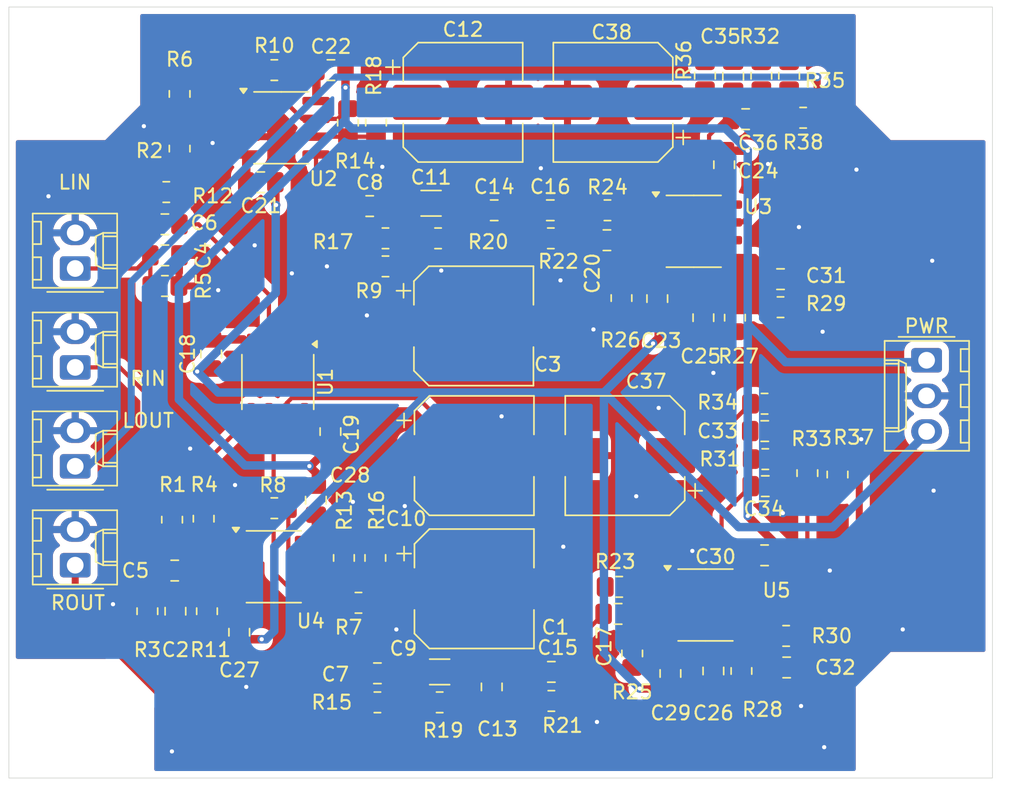
<source format=kicad_pcb>
(kicad_pcb (version 20241229) (generator "pcbnew") (generator_version "9.0")
  (title_block (title "PHONO PREAMP") (date "2025-08-08") (rev "1.0") (company "Chapuzas S.L."))
  (layers (0 "F.Cu" signal) (2 "B.Cu" signal) (13 "F.Paste" user) (15 "B.Paste" user) (5 "F.SilkS" user "F.Silkscreen") (7 "B.SilkS" user "B.Silkscreen") (1 "F.Mask" user) (3 "B.Mask" user) (25 "Edge.Cuts" user))
  (net 0 "")
  (net 1 "GND")
  (net 2 "Net-(C1-Pad1)")
  (net 3 "Net-(J1-Pin_1)")
  (net 4 "Net-(C3-Pad1)")
  (net 5 "Net-(J3-Pin_1)")
  (net 6 "Net-(U1B-+)")
  (net 7 "Net-(U1A-+)")
  (net 8 "Net-(U1B--)")
  (net 9 "Net-(C7-Pad2)")
  (net 10 "Net-(C11-Pad1)")
  (net 11 "Net-(U1A--)")
  (net 12 "Net-(C13-Pad1)")
  (net 13 "Net-(C10-Pad1)")
  (net 14 "Net-(C11-Pad2)")
  (net 15 "Net-(C12-Pad1)")
  (net 16 "Net-(C13-Pad2)")
  (net 17 "Net-(C14-Pad2)")
  (net 18 "Net-(C15-Pad2)")
  (net 19 "Net-(C16-Pad2)")
  (net 20 "Net-(U5A-+)")
  (net 21 "Net-(U1C-V-)")
  (net 22 "Net-(U1C-V+)")
  (net 23 "Net-(U3A-+)")
  (net 24 "Net-(U2C-V-)")
  (net 25 "Net-(U2C-V+)")
  (net 26 "Net-(U3C-V-)")
  (net 27 "Net-(U3C-V+)")
  (net 28 "Net-(C25-Pad2)")
  (net 29 "Net-(U3A--)")
  (net 30 "Net-(U5A--)")
  (net 31 "Net-(C26-Pad2)")
  (net 32 "Net-(U4C-V-)")
  (net 33 "Net-(U4C-V+)")
  (net 34 "Net-(U5C-V-)")
  (net 35 "Net-(U5C-V+)")
  (net 36 "Net-(U3B-+)")
  (net 37 "Net-(U5B-+)")
  (net 38 "Net-(C33-Pad2)")
  (net 39 "Net-(U5B--)")
  (net 40 "Net-(C34-Pad2)")
  (net 41 "Net-(U3B--)")
  (net 42 "Net-(C35-Pad2)")
  (net 43 "Net-(C36-Pad2)")
  (net 44 "Net-(C37-Pad1)")
  (net 45 "Net-(C38-Pad1)")
  (net 46 "Net-(R1-Pad2)")
  (net 47 "Net-(R2-Pad2)")
  (net 48 "Net-(U4A--)")
  (net 49 "Net-(U2A--)")
  (net 50 "Net-(R13-Pad2)")
  (net 51 "Net-(R10-Pad1)")
  (net 52 "Net-(U4B--)")
  (net 53 "Net-(U2B--)")
  (net 54 "-12V")
  (net 55 "+12V")
  (net 56 "Net-(J2-Pin_1)")
  (net 57 "Net-(J4-Pin_1)")
  (footprint "Resistor_SMD:R_0805_2012Metric_Pad1.20x1.40mm_HandSolder" (layer "F.Cu") (at 157.0555 101.75 90)
    (property "Reference" "R33")
    (property "Value" "0")
  )
  (footprint "Capacitor_SMD:C_0805_2012Metric_Pad1.18x1.45mm_HandSolder" (layer "F.Cu") (at 112.0055 111.6 -90)
    (property "Reference" "C2")
    (property "Value" "100p")
  )
  (footprint "Capacitor_SMD:C_0805_2012Metric_Pad1.18x1.45mm_HandSolder" (layer "F.Cu") (at 126.4055 116.02875)
    (property "Reference" "C7")
    (property "Value" "13n")
  )
  (footprint "Resistor_SMD:R_0805_2012Metric_Pad1.20x1.40mm_HandSolder" (layer "F.Cu") (at 154.0555 100.75 180)
    (property "Reference" "R31")
    (property "Value" "24k9")
  )
  (footprint "Resistor_SMD:R_0805_2012Metric_Pad1.20x1.40mm_HandSolder" (layer "F.Cu") (at 143.643 109.8625)
    (property "Reference" "R23")
    (property "Value" "5k62")
  )
  (footprint "Resistor_SMD:R_0805_2012Metric_Pad1.20x1.40mm_HandSolder" (layer "F.Cu") (at 154.0055 96.8 180)
    (property "Reference" "R34")
    (property "Value" "4K")
  )
  (footprint "Resistor_SMD:R_0805_2012Metric_Pad1.20x1.40mm_HandSolder" (layer "F.Cu") (at 119.0555 104.25 180)
    (property "Reference" "R8")
    (property "Value" "2k")
  )
  (footprint "Resistor_SMD:R_0805_2012Metric_Pad1.20x1.40mm_HandSolder" (layer "F.Cu") (at 111.768 105.07125 -90)
    (property "Reference" "R1")
    (property "Value" "1M" (hide yes))
  )
  (footprint "Capacitor_SMD:C_0805_2012Metric_Pad1.18x1.45mm_HandSolder" (layer "F.Cu") (at 138.8055 115.92875)
    (property "Reference" "C15")
    (property "Value" "1u")
  )
  (footprint "Capacitor_SMD:C_0805_2012Metric_Pad1.18x1.45mm_HandSolder" (layer "F.Cu") (at 155.5805 115.6125)
    (property "Reference" "C32")
    (property "Value" "2n2")
  )
  (footprint "Capacitor_SMD:C_0805_2012Metric_Pad1.18x1.45mm_HandSolder" (layer "F.Cu") (at 111.2555 84)
    (property "Reference" "C6")
    (property "Value" "1u")
  )
  (footprint "Resistor_SMD:R_0805_2012Metric_Pad1.20x1.40mm_HandSolder" (layer "F.Cu") (at 126.4055 118.1 180)
    (property "Reference" "R15")
    (property "Value" "5k23")
  )
  (footprint "Capacitor_SMD:C_0805_2012Metric_Pad1.18x1.45mm_HandSolder" (layer "F.Cu") (at 138.7305 83)
    (property "Reference" "C16")
    (property "Value" "1u")
  )
  (footprint "Connector_Molex:Molex_KK-254_AE-6410-02A_1x02_P2.54mm_Vertical" (layer "F.Cu") (at 104.86175 87.1525 90)
    (property "Reference" "LIN")
    (property "Value" "Conn_01x02_Pin")
  )
  (footprint "Resistor_SMD:R_0805_2012Metric_Pad1.20x1.40mm_HandSolder" (layer "F.Cu") (at 152.3555 115.8625 -90)
    (property "Reference" "R28")
    (property "Value" "1k18")
  )
  (footprint "Resistor_SMD:R_0805_2012Metric_Pad1.20x1.40mm_HandSolder" (layer "F.Cu") (at 138.768 85 180)
    (property "Reference" "R22")
    (property "Value" "8k06")
  )
  (footprint "Capacitor_SMD:C_0805_2012Metric_Pad1.18x1.45mm_HandSolder" (layer "F.Cu") (at 118.093 81 180)
    (property "Reference" "C21")
    (property "Value" "100n")
  )
  (footprint "Capacitor_SMD:C_1206_3216Metric_Pad1.33x1.80mm_HandSolder" (layer "F.Cu") (at 130.2305 82.5)
    (property "Reference" "C11")
    (property "Value" "47n")
  )
  (footprint "Capacitor_SMD:C_0805_2012Metric_Pad1.18x1.45mm_HandSolder" (layer "F.Cu") (at 134.7305 83)
    (property "Reference" "C14")
    (property "Value" "1u")
  )
  (footprint "Package_SO:SOIC-8_3.9x4.9mm_P1.27mm" (layer "F.Cu") (at 149.793 111.15625)
    (property "Reference" "U5")
    (property "Value" "OPA1612AxD")
  )
  (footprint "Connector_Molex:Molex_KK-254_AE-6410-02A_1x02_P2.54mm_Vertical" (layer "F.Cu") (at 104.86175 94.2075 90)
    (property "Reference" "RIN")
    (property "Value" "Conn_01x02_Pin")
  )
  (footprint "Resistor_SMD:R_0805_2012Metric_Pad1.20x1.40mm_HandSolder" (layer "F.Cu") (at 153.7755 73.4 -90)
    (property "Reference" "R32")
    (property "Value" "24k9")
  )
  (footprint "Capacitor_SMD:C_0805_2012Metric_Pad1.18x1.45mm_HandSolder" (layer "F.Cu") (at 154.0555 102.67875)
    (property "Reference" "C34")
    (property "Value" "100p")
  )
  (footprint "Resistor_SMD:R_0805_2012Metric_Pad1.20x1.40mm_HandSolder" (layer "F.Cu") (at 155.543 113.3625 180)
    (property "Reference" "R30")
    (property "Value" "23k2")
  )
  (footprint "Package_SO:SOIC-8_3.9x4.9mm_P1.27mm" (layer "F.Cu") (at 119.018 108.42875)
    (property "Reference" "U4")
    (property "Value" "OPA1612AxD")
  )
  (footprint "Capacitor_SMD:C_0805_2012Metric_Pad1.18x1.45mm_HandSolder" (layer "F.Cu") (at 154.0055 107.6125)
    (property "Reference" "C30")
    (property "Value" "100n")
  )
  (footprint "Resistor_SMD:R_0805_2012Metric_Pad1.20x1.40mm_HandSolder" (layer "F.Cu") (at 138.8055 118 180)
    (property "Reference" "R21")
    (property "Value" "8k06")
  )
  (footprint "Resistor_SMD:R_0805_2012Metric_Pad1.20x1.40mm_HandSolder" (layer "F.Cu") (at 125.0555 111 180)
    (property "Reference" "R7")
    (property "Value" "221")
  )
  (footprint "Resistor_SMD:R_0805_2012Metric_Pad1.20x1.40mm_HandSolder" (layer "F.Cu") (at 159.2055 101.85 -90)
    (property "Reference" "R37")
    (property "Value" "1K")
  )
  (footprint "Capacitor_SMD:C_0805_2012Metric_Pad1.18x1.45mm_HandSolder" (layer "F.Cu") (at 125.8555 82.7)
    (property "Reference" "C8")
    (property "Value" "13n")
  )
  (footprint "Capacitor_SMD:CP_Elec_8x10" (layer "F.Cu") (at 133.3055 110)
    (property "Reference" "C1")
    (property "Value" "220u")
  )
  (footprint "Resistor_SMD:R_0805_2012Metric_Pad1.20x1.40mm_HandSolder" (layer "F.Cu") (at 110.0055 111.6 90)
    (property "Reference" "R3")
    (property "Value" "150k")
  )
  (footprint "Capacitor_SMD:C_0805_2012Metric_Pad1.18x1.45mm_HandSolder" (layer "F.Cu") (at 123.0555 98.7875 -90)
    (property "Reference" "C19")
    (property "Value" "100n")
  )
  (footprint "Capacitor_SMD:C_0805_2012Metric_Pad1.18x1.45mm_HandSolder" (layer "F.Cu") (at 114.5555 93.25 90)
    (property "Reference" "C18")
    (property "Value" "100n")
  )
  (footprint "Resistor_SMD:R_0805_2012Metric_Pad1.20x1.40mm_HandSolder" (layer "F.Cu") (at 114.018 105 -90)
    (property "Reference" "R4")
    (property "Value" "2k")
  )
  (footprint "Capacitor_SMD:C_0805_2012Metric_Pad1.18x1.45mm_HandSolder" (layer "F.Cu") (at 147.293 116.04125 90)
    (property "Reference" "C29")
    (property "Value" "100n")
  )
  (footprint "Connector_Molex:Molex_KK-254_AE-6410-03A_1x03_P2.54mm_Vertical" (layer "F.Cu") (at 165.5555 93.698375 -90)
    (property "Reference" "PWR")
    (property "Value" "Conn_01x03_Pin")
  )
  (footprint "Capacitor_SMD:C_0805_2012Metric_Pad1.18x1.45mm_HandSolder" (layer "F.Cu") (at 142.768 85.135)
    (property "Reference" "C20")
    (property "Value" "1u")
  )
  (footprint "Capacitor_SMD:C_0805_2012Metric_Pad1.18x1.45mm_HandSolder" (layer "F.Cu") (at 155.143 87.9125)
    (property "Reference" "C31")
    (property "Value" "2n2")
  )
  (footprint "Resistor_SMD:R_0805_2012Metric_Pad1.20x1.40mm_HandSolder" (layer "F.Cu") (at 126.9805 85 180)
    (property "Reference" "R17")
    (property "Value" "5k23")
  )
  (footprint "Connector_Molex:Molex_KK-254_AE-6410-02A_1x02_P2.54mm_Vertical" (layer "F.Cu") (at 104.86175 101.2625 90)
    (property "Reference" "LOUT")
    (property "Value" "Conn_01x02_Pin")
  )
  (footprint "Capacitor_SMD:C_0805_2012Metric_Pad1.18x1.45mm_HandSolder" (layer "F.Cu") (at 150.3555 115.8625 -90)
    (property "Reference" "C26")
    (property "Value" "2u2")
  )
  (footprint "Connector_Molex:Molex_KK-254_AE-6410-02A_1x02_P2.54mm_Vertical" (layer "F.Cu") (at 104.86175 108.3175 90)
    (property "Reference" "ROUT")
    (property "Value" "Conn_01x02_Pin")
  )
  (footprint "Capacitor_SMD:C_0805_2012Metric_Pad1.18x1.45mm_HandSolder" (layer "F.Cu") (at 154.018 98.75)
    (property "Reference" "C33")
    (property "Value" "0u1")
  )
  (footprint "Resistor_SMD:R_0805_2012Metric_Pad1.20x1.40mm_HandSolder" (layer "F.Cu") (at 155.143 89.9125 180)
    (property "Reference" "R29")
    (property "Value" "23k2")
  )
  (footprint "Capacitor_SMD:C_0805_2012Metric_Pad1.18x1.45mm_HandSolder" (layer "F.Cu") (at 116.5555 113.1 90)
    (property "Reference" "C27")
    (property "Value" "100n")
  )
  (footprint "Capacitor_SMD:C_0805_2012Metric_Pad1.18x1.45mm_HandSolder" (layer "F.Cu") (at 151.12425 79.75 90)
    (property "Reference" "C24")
    (property "Value" "100n")
  )
  (footprint "Package_SO:SOIC-8_3.9x4.9mm_P1.27mm" (layer "F.Cu") (at 119.5555 77.115)
    (property "Reference" "U2")
    (property "Value" "OPA1612AxD")
  )
  (footprint "Capacitor_SMD:C_1206_3216Metric_Pad1.33x1.80mm_HandSolder" (layer "F.Cu") (at 130.843 115.92875)
    (property "Reference" "C9")
    (property "Value" "47n")
  )
  (footprint "MountingHole:MountingHole_3.2mm_M3" (layer "F.Cu") (at 104.8555 73.8)
    (property "Reference" "H1" (hide yes))
    (property "Value" "MountingHole" (hide yes))
  )
  (footprint "Capacitor_SMD:CP_Elec_8x10" (layer "F.Cu") (at 144.0555 100.5 180)
    (property "Reference" "C37")
    (property "Value" "220u")
  )
  (footprint "Capacitor_SMD:C_0805_2012Metric_Pad1.18x1.45mm_HandSolder" (layer "F.Cu") (at 143.568 111.79125)
    (property "Reference" "C17")
    (property "Value" "1u")
  )
  (footprint "Capacitor_SMD:C_0805_2012Metric_Pad1.18x1.45mm_HandSolder" (layer "F.Cu") (at 151.7655 73.4375 90)
    (property "Reference" "C35")
    (property "Value" "0u1")
  )
  (footprint "Resistor_SMD:R_0805_2012Metric_Pad1.20x1.40mm_HandSolder" (layer "F.Cu") (at 130.7305 85 180)
    (property "Reference" "R20")
    (property "Value" "63k4")
  )
  (footprint "Capacitor_SMD:C_0805_2012Metric_Pad1.18x1.45mm_HandSolder" (layer "F.Cu") (at 122.018 103.67875 90)
    (property "Reference" "C28")
    (property "Value" "100n")
  )
  (footprint "Resistor_SMD:R_0805_2012Metric_Pad1.20x1.40mm_HandSolder" (layer "F.Cu") (at 126.2555 107.8 -90)
    (property "Reference" "R16")
    (property "Value" "221")
  )
  (footprint "Package_SO:SOIC-8_3.9x4.9mm_P1.27mm" (layer "F.Cu") (at 119.3055 95.25 -90)
    (property "Reference" "U1")
    (property "Value" "OPA1612AxD")
  )
  (footprint "Package_SO:SOIC-8_3.9x4.9mm_P1.27mm" (layer "F.Cu") (at 148.9555 84.5)
    (property "Reference" "U3")
    (property "Value" "OPA1612AxD")
  )
  (footprint "Capacitor_SMD:CP_Elec_8x10" (layer "F.Cu") (at 143.2055 75.3 180)
    (property "Reference" "C38")
    (property "Value" "220u")
  )
  (footprint "Capacitor_SMD:C_0805_2012Metric_Pad1.18x1.45mm_HandSolder" (layer "F.Cu") (at 111.9555 108.7)
    (property "Reference" "C5")
    (property "Value" "1u")
  )
  (footprint "Resistor_SMD:R_0805_2012Metric_Pad1.20x1.40mm_HandSolder" (layer "F.Cu") (at 112.3055 74.7 -90)
    (property "Reference" "R6")
    (property "Value" "2k")
  )
  (footprint "Resistor_SMD:R_0805_2012Metric_Pad1.20x1.40mm_HandSolder" (layer "F.Cu") (at 124.018 107.8 90)
    (property "Reference" "R13")
    (property "Value" "4k22")
  )
  (footprint "Resistor_SMD:R_0805_2012Metric_Pad1.20x1.40mm_HandSolder" (layer "F.Cu") (at 114.2555 111.6 90)
    (property "Reference" "R11")
    (property "Value" "68k1")
  )
  (footprint "Resistor_SMD:R_0805_2012Metric_Pad1.20x1.40mm_HandSolder" (layer "F.Cu") (at 130.843 118.1 180)
    (property "Reference" "R19")
    (property "Value" "63k4")
  )
  (footprint "Resistor_SMD:R_0805_2012Metric_Pad1.20x1.40mm_HandSolder" (layer "F.Cu") (at 126.3055 76.75 -90)
    (property "Reference" "R18")
    (property "Value" "221")
  )
  (footprint "Resistor_SMD:R_0805_2012Metric_Pad1.20x1.40mm_HandSolder" (layer "F.Cu") (at 143.8055 89.2625 90)
    (property "Reference" "R26")
    (property "Value" "31k6")
  )
  (footprint "Resistor_SMD:R_0805_2012Metric_Pad1.20x1.40mm_HandSolder" (layer "F.Cu") (at 155.7555 73.4 90)
    (property "Reference" "R35")
    (property "Value" "0")
  )
  (footprint "Capacitor_SMD:C_0805_2012Metric_Pad1.18x1.45mm_HandSolder" (layer "F.Cu") (at 146.3555 89.3 90)
    (property "Reference" "C23")
    (property "Value" "100n")
  )
  (footprint "Resistor_SMD:R_0805_2012Metric_Pad1.20x1.40mm_HandSolder" (layer "F.Cu") (at 151.893 90.6625 -90)
    (property "Reference" "R27")
    (property "Value" "1k18")
  )
  (footprint "Resistor_SMD:R_0805_2012Metric_Pad1.20x1.40mm_HandSolder" (layer "F.Cu") (at 112.3055 78.6 90)
    (property "Reference" "R2")
    (property "Value" "1M")
  )
  (footprint "Capacitor_SMD:CP_Elec_8x10" (layer "F.Cu") (at 133.268 91.25)
    (property "Reference" "C3")
    (property "Value" "220u")
  )
  (footprint "Resistor_SMD:R_0805_2012Metric_Pad1.20x1.40mm_HandSolder" (layer "F.Cu") (at 142.8055 83)
    (property "Reference" "R24")
    (property "Value" "5k62")
  )
  (footprint "Capacitor_SMD:C_0805_2012Metric_Pad1.18x1.45mm_HandSolder" (layer "F.Cu") (at 134.5555 117 -90)
    (property "Reference" "C13")
    (property "Value" "1u")
  )
  (footprint "Resistor_SMD:R_0805_2012Metric_Pad1.20x1.40mm_HandSolder" (layer "F.Cu") (at 111.2555 88.4 180)
    (property "Reference" "R5")
    (property "Value" "150k")
  )
  (footprint "Resistor_SMD:R_0805_2012Metric_Pad1.20x1.40mm_HandSolder" (layer "F.Cu") (at 126.9805 87 180)
    (property "Reference" "R9")
    (property "Value" "221")
  )
  (footprint "Resistor_SMD:R_0805_2012Metric_Pad1.20x1.40mm_HandSolder" (layer "F.Cu") (at 119.0555 73 180)
    (property "Reference" "R10")
    (property "Value" "2k")
  )
  (footprint "Capacitor_SMD:CP_Elec_8x10" (layer "F.Cu") (at 133.3055 100.5)
    (property "Reference" "C10")
    (property "Value" "220u")
  )
  (footprint "Capacitor_SMD:C_0805_2012Metric_Pad1.18x1.45mm_HandSolder" (layer "F.Cu") (at 152.6555 76.5)
    (property "Reference" "C36")
    (property "Value" "100p")
  )
  (footprint "Resistor_SMD:R_0805_2012Metric_Pad1.20x1.40mm_HandSolder" (layer "F.Cu") (at 111.3555 81.7)
    (property "Reference" "R12")
    (property "Value" "68k1")
  )
  (footprint "Resistor_SMD:R_0805_2012Metric_Pad1.20x1.40mm_HandSolder" (layer "F.Cu") (at 144.568 114.6125 90)
    (property "Reference" "R25")
    (property "Value" "31k6")
  )
  (footprint "Resistor_SMD:R_0805_2012Metric_Pad1.20x1.40mm_HandSolder" (layer "F.Cu") (at 124.3055 76.75 90)
    (property "Reference" "R14")
    (property "Value" "4k22")
  )
  (footprint "Capacitor_SMD:C_0805_2012Metric_Pad1.18x1.45mm_HandSolder" (layer "F.Cu") (at 123.093 73)
    (property "Reference" "C22")
    (property "Value" "100n")
  )
  (footprint "Capacitor_SMD:C_0805_2012Metric_Pad1.18x1.45mm_HandSolder" (layer "F.Cu") (at 149.643 90.6625 -90)
    (property "Reference" "C25")
    (property "Value" "2u2")
  )
  (footprint "Capacitor_SMD:CP_Elec_8x10" (layer "F.Cu") (at 132.5055 75.3)
    (property "Reference" "C12")
    (property "Value" "220u")
  )
  (footprint "Capacitor_SMD:C_0805_2012Metric_Pad1.18x1.45mm_HandSolder" (layer "F.Cu") (at 111.2555 86.215)
    (property "Reference" "C4")
    (property "Value" "100p")
  )
  (footprint "MountingHole:MountingHole_3.2mm_M3" (layer "F.Cu") (at 164.4555 119.2)
    (property "Reference" "H2" (hide yes))
    (property "Value" "MountingHole" (hide yes))
  )
  (footprint "Resistor_SMD:R_0805_2012Metric_Pad1.20x1.40mm_HandSolder" (layer "F.Cu") (at 156.7555 76.4 180)
    (property "Reference" "R38")
    (property "Value" "1K")
  )
  (footprint "MountingHole:MountingHole_3.2mm_M3" (layer "F.Cu") (at 104.9 119.2)
    (property "Reference" "H4" (hide yes))
    (property "Value" "MountingHole" (hide yes))
  )
  (footprint "MountingHole:MountingHole_3.2mm_M3" (layer "F.Cu") (at 164.4555 73.8)
    (property "Reference" "H3" (hide yes))
    (property "Value" "MountingHole" (hide yes))
  )
  (footprint "Resistor_SMD:R_0805_2012Metric_Pad1.20x1.40mm_HandSolder" (layer "F.Cu") (at 149.7555 73.4 -90)
    (property "Reference" "R36")
    (property "Value" "4K")
  )
  (gr_rect (start 100.131 68.5) (end 170.25 123.5) (stroke (width 0.05)) (fill no) (layer "Edge.Cuts"))
  (segment (start 139.77675 85.3475) (end 139.66175 85.4625) (width 0.3) (layer "F.Cu") (net 1))
  (via (at 117.6555 85.5) (size 0.6) (drill 0.3) (layers "F.Cu" "B.Cu") (net 1))
  (via (at 150.3555 94.6) (size 0.6) (drill 0.3) (layers "F.Cu" "B.Cu") (net 1))
  (via (at 114.6555 78.2) (size 0.6) (drill 0.3) (layers "F.Cu" "B.Cu") (net 1))
  (via (at 163.8555 112.9) (size 0.6) (drill 0.3) (layers "F.Cu" "B.Cu") (net 1))
  (via (at 135.2555 97.7) (size 0.6) (drill 0.3) (layers "F.Cu" "B.Cu") (net 1))
  (via (at 158.2555 121.3) (size 0.6) (drill 0.3) (layers "F.Cu" "B.Cu") (net 1))
  (via (at 113.0555 100) (size 0.6) (drill 0.3) (layers "F.Cu" "B.Cu") (net 1))
  (via (at 158.6555 108.7) (size 0.6) (drill 0.3) (layers "F.Cu" "B.Cu") (net 1))
  (via (at 154.2555 79.7) (size 0.6) (drill 0.3) (layers "F.Cu" "B.Cu") (net 1))
  (via (at 144.8555 103.4) (size 0.6) (drill 0.3) (layers "F.Cu" "B.Cu") (net 1))
  (via (at 124.6555 103.8) (size 0.6) (drill 0.3) (layers "F.Cu" "B.Cu") (net 1))
  (via (at 139.6555 107) (size 0.6) (drill 0.3) (layers "F.Cu" "B.Cu") (net 1))
  (via (at 142.0555 119.5) (size 0.6) (drill 0.3) (layers "F.Cu" "B.Cu") (net 1))
  (via (at 122.8055 87) (size 0.6) (drill 0.3) (layers "F.Cu" "B.Cu") (net 1))
  (via (at 160.8955 99.33) (size 0.6) (drill 0.3) (layers "F.Cu" "B.Cu") (net 1))
  (via (at 138.0555 80) (size 0.6) (drill 0.3) (layers "F.Cu" "B.Cu") (net 1))
  (via (at 148.8555 107.3) (size 0.6) (drill 0.3) (layers "F.Cu" "B.Cu") (net 1))
  (via (at 116.2555 102.6) (size 0.6) (drill 0.3) (layers "F.Cu" "B.Cu") (net 1))
  (via (at 156.4555 84.2) (size 0.6) (drill 0.3) (layers "F.Cu" "B.Cu") (net 1))
  (via (at 165.9555 86.6) (size 0.6) (drill 0.3) (layers "F.Cu" "B.Cu") (net 1))
  (via (at 139.4555 88) (size 0.6) (drill 0.3) (layers "F.Cu" "B.Cu") (net 1))
  (via (at 156.6055 118.3625) (size 0.6) (drill 0.3) (layers "F.Cu" "B.Cu") (net 1))
  (via (at 102.9555 82) (size 0.6) (drill 0.3) (layers "F.Cu" "B.Cu") (net 1))
  (via (at 127.7555 112.9) (size 0.6) (drill 0.3) (layers "F.Cu" "B.Cu") (net 1))
  (via (at 141.8055 91.5) (size 0.6) (drill 0.3) (layers "F.Cu" "B.Cu") (net 1))
  (via (at 109.7555 77) (size 0.6) (drill 0.3) (layers "F.Cu" "B.Cu") (net 1))
  (via (at 120.3055 87.5) (size 0.6) (drill 0.3) (layers "F.Cu" "B.Cu") (net 1))
  (via (at 125.6555 90.5) (size 0.6) (drill 0.3) (layers "F.Cu" "B.Cu") (net 1))
  (via (at 130.9555 87.3) (size 0.6) (drill 0.3) (layers "F.Cu" "B.Cu") (net 1))
  (via (at 166.0555 103) (size 0.6) (drill 0.3) (layers "F.Cu" "B.Cu") (net 1))
  (via (at 126.7555 79.9) (size 0.6) (drill 0.3) (layers "F.Cu" "B.Cu") (net 1))
  (via (at 107.5555 111.1) (size 0.6) (drill 0.3) (layers "F.Cu" "B.Cu") (net 1))
  (via (at 155.3055 104.6) (size 0.6) (drill 0.3) (layers "F.Cu" "B.Cu") (net 1))
  (via (at 160.5555 80.1) (size 0.6) (drill 0.3) (layers "F.Cu" "B.Cu") (net 1))
  (via (at 111.7555 121.6) (size 0.6) (drill 0.3) (layers "F.Cu" "B.Cu") (net 1))
  (via (at 115.0555 88.7) (size 0.6) (drill 0.3) (layers "F.Cu" "B.Cu") (net 1))
  (via (at 117.0555 117) (size 0.6) (drill 0.3) (layers "F.Cu" "B.Cu") (net 1))
  (via (at 146.4555 97.1) (size 0.6) (drill 0.3) (layers "F.Cu" "B.Cu") (net 1))
  (via (at 158.143 91.6625) (size 0.6) (drill 0.3) (layers "F.Cu" "B.Cu") (net 1))
  (via (at 128.3555 104.1) (size 0.6) (drill 0.3) (layers "F.Cu" "B.Cu") (net 1))
  (segment (start 126.0555 111) (end 127.0555 111) (width 0.3) (layer "F.Cu") (net 2))
  (segment (start 127.0555 111) (end 128.0555 110) (width 0.3) (layer "F.Cu") (net 2))
  (segment (start 128.0555 110) (end 130.018 110) (width 0.3) (layer "F.Cu") (net 2))
  (segment (start 110.918 108.7) (end 110.1555 107.9375) (width 0.3) (layer "F.Cu") (net 3))
  (segment (start 110.0055 110.6) (end 111.968 110.6) (width 0.3) (layer "F.Cu") (net 3))
  (segment (start 110.0055 110.6) (end 110.0055 109.6125) (width 0.3) (layer "F.Cu") (net 3))
  (segment (start 111.968 110.6) (end 112.0055 110.5625) (width 0.3) (layer "F.Cu") (net 3))
  (segment (start 108.043 94.2075) (end 104.86175 94.2075) (width 0.3) (layer "F.Cu") (net 3))
  (segment (start 110.1555 107.9375) (end 110.1555 96.32) (width 0.3) (layer "F.Cu") (net 3))
  (segment (start 110.1555 96.32) (end 108.043 94.2075) (width 0.3) (layer "F.Cu") (net 3))
  (segment (start 110.0055 109.6125) (end 110.918 108.7) (width 0.3) (layer "F.Cu") (net 3))
  (segment (start 127.9805 87) (end 129.3055 87) (width 0.3) (layer "F.Cu") (net 4))
  (segment (start 129.3055 87) (end 130.018 87.7125) (width 0.3) (layer "F.Cu") (net 4))
  (segment (start 130.018 87.7125) (end 130.018 90.75) (width 0.3) (layer "F.Cu") (net 4))
  (segment (start 110.218 88.3625) (end 110.2555 88.4) (width 0.3) (layer "F.Cu") (net 5))
  (segment (start 104.86175 87.1525) (end 109.2805 87.1525) (width 0.3) (layer "F.Cu") (net 5))
  (segment (start 109.2805 87.1525) (end 110.218 86.215) (width 0.3) (layer "F.Cu") (net 5))
  (segment (start 110.218 84) (end 110.218 88.3625) (width 0.3) (layer "F.Cu") (net 5))
  (segment (start 114.2555 109.9625) (end 112.993 108.7) (width 0.3) (layer "F.Cu") (net 6))
  (segment (start 114.2555 110.6) (end 114.2555 109.9625) (width 0.3) (layer "F.Cu") (net 6))
  (segment (start 110.717 105.12225) (end 111.768 104.07125) (width 0.3) (layer "F.Cu") (net 6))
  (segment (start 111.768 103.3575) (end 117.4005 97.725) (width 0.3) (layer "F.Cu") (net 6))
  (segment (start 110.717 106.67712) (end 110.717 105.12225) (width 0.3) (layer "F.Cu") (net 6))
  (segment (start 112.993 108.7) (end 112.73988 108.7) (width 0.3) (layer "F.Cu") (net 6))
  (segment (start 112.73988 108.7) (end 110.717 106.67712) (width 0.3) (layer "F.Cu") (net 6))
  (segment (start 111.768 104.07125) (end 111.768 103.3575) (width 0.3) (layer "F.Cu") (net 6))
  (segment (start 112.293 81.7625) (end 112.3555 81.7) (width 0.3) (layer "F.Cu") (net 7))
  (segment (start 112.3555 81.7) (end 112.3555 79.65) (width 0.3) (layer "F.Cu") (net 7))
  (segment (start 113.6555 84) (end 118.6705 89.015) (width 0.3) (layer "F.Cu") (net 7))
  (segment (start 118.6705 89.015) (end 118.6705 92.775) (width 0.3) (layer "F.Cu") (net 7))
  (segment (start 112.293 84) (end 113.6555 84) (width 0.3) (layer "F.Cu") (net 7))
  (segment (start 112.3555 79.65) (end 112.3055 79.6) (width 0.3) (layer "F.Cu") (net 7))
  (segment (start 112.293 84) (end 112.293 81.7625) (width 0.3) (layer "F.Cu") (net 7))
  (segment (start 119.0065 108.822249) (end 119.0065 98.061) (width 0.3) (layer "F.Cu") (net 8))
  (segment (start 124.0555 113.96625) (end 124.0555 111) (width 0.3) (layer "F.Cu") (net 8))
  (segment (start 125.368 115.27875) (end 124.0555 113.96625) (width 0.3) (layer "F.Cu") (net 8))
  (segment (start 125.5555 116.39125) (end 125.368 116.20375) (width 0.3) (layer "F.Cu") (net 8))
  (segment (start 121.493 110.33375) (end 120.518001 110.33375) (width 0.3) (layer "F.Cu") (net 8))
  (segment (start 123.38925 110.33375) (end 124.0555 111) (width 0.3) (layer "F.Cu") (net 8))
  (segment (start 120.518001 110.33375) (end 119.0065 108.822249) (width 0.3) (layer "F.Cu") (net 8))
  (segment (start 125.5555 117.5) (end 125.5555 116.39125) (width 0.3) (layer "F.Cu") (net 8))
  (segment (start 125.368 116.20375) (end 125.368 115.27875) (width 0.3) (layer "F.Cu") (net 8))
  (segment (start 119.0065 98.061) (end 118.6705 97.725) (width 0.3) (layer "F.Cu") (net 8))
  (segment (start 121.493 110.33375) (end 123.38925 110.33375) (width 0.3) (layer "F.Cu") (net 8))
  (segment (start 125.4055 118.1) (end 125.4055 117.65) (width 0.3) (layer "F.Cu") (net 8))
  (segment (start 125.4055 117.65) (end 125.5555 117.5) (width 0.3) (layer "F.Cu") (net 8))
  (segment (start 129.5555 115.96625) (end 129.518 115.92875) (width 0.5) (layer "F.Cu") (net 9))
  (segment (start 125.9805 85) (end 124.818 83.8375) (width 0.3) (layer "F.Cu") (net 11))
  (segment (start 119.9405 91.800001) (end 119.9405 92.775) (width 0.3) (layer "F.Cu") (net 11))
  (segment (start 124.818 82.7) (end 122.0305 79.9125) (width 0.3) (layer "F.Cu") (net 11))
  (segment (start 122.0305 79.9125) (end 122.0305 79.02) (width 0.3) (layer "F.Cu") (net 11))
  (segment (start 125.9805 87) (end 124.740501 87) (width 0.3) (layer "F.Cu") (net 11))
  (segment (start 124.818 83.8375) (end 124.818 82.7) (width 0.3) (layer "F.Cu") (net 11))
  (segment (start 125.9805 87) (end 125.9805 85) (width 0.3) (layer "F.Cu") (net 11))
  (segment (start 124.740501 87) (end 119.9405 91.800001) (width 0.3) (layer "F.Cu") (net 11))
  (segment (start 132.1565 99.24413) (end 132.1565 115.65275) (width 0.3) (layer "F.Cu") (net 12))
  (segment (start 119.9405 97.725) (end 119.9405 96.750001) (width 0.3) (layer "F.Cu") (net 12))
  (segment (start 129.31137 96.399) (end 132.1565 99.24413) (width 0.3) (layer "F.Cu") (net 12))
  (segment (start 120.291501 96.399) (end 129.31137 96.399) (width 0.3) (layer "F.Cu") (net 12))
  (segment (start 119.9405 96.750001) (end 120.291501 96.399) (width 0.3) (layer "F.Cu") (net 12))
  (segment (start 126.2555 104.3) (end 130.0555 100.5) (width 0.3) (layer "F.Cu") (net 13))
  (segment (start 126.2555 106.8) (end 126.2555 104.3) (width 0.3) (layer "F.Cu") (net 13))
  (segment (start 132.119 92.50587) (end 132.119 85.3885) (width 0.3) (layer "F.Cu") (net 14))
  (segment (start 134.1555 83) (end 132.3055 83) (width 0.3) (layer "F.Cu") (net 14))
  (segment (start 121.2105 92.775) (end 121.5105 93.075) (width 0.3) (layer "F.Cu") (net 14))
  (segment (start 121.5105 93.075) (end 131.54987 93.075) (width 0.3) (layer "F.Cu") (net 14))
  (segment (start 131.7305 85) (end 131.7305 83.075) (width 0.3) (layer "F.Cu") (net 14))
  (segment (start 131.7305 83.075) (end 131.8055 83) (width 0.3) (layer "F.Cu") (net 14))
  (segment (start 131.54987 93.075) (end 132.119 92.50587) (width 0.3) (layer "F.Cu") (net 14))
  (segment (start 132.119 85.3885) (end 131.7305 85) (width 0.3) (layer "F.Cu") (net 14))
  (segment (start 126.5555 75.5) (end 126.3055 75.75) (width 0.3) (layer "F.Cu") (net 15))
  (segment (start 129.2555 75.5) (end 126.5555 75.5) (width 0.3) (layer "F.Cu") (net 15))
  (segment (start 137.8055 118) (end 137.8055 115.96625) (width 0.3) (layer "F.Cu") (net 16))
  (segment (start 134.0555 118.0375) (end 137.768 118.0375) (width 0.3) (layer "F.Cu") (net 16))
  (segment (start 137.768 118.0375) (end 137.8055 118) (width 0.3) (layer "F.Cu") (net 16))
  (segment (start 137.8055 115.96625) (end 137.768 115.92875) (width 0.3) (layer "F.Cu") (net 16))
  (segment (start 137.58675 83) (end 137.58675 85) (width 0.3) (layer "F.Cu") (net 17))
  (segment (start 137.58675 83) (end 135.87425 83) (width 0.3) (layer "F.Cu") (net 17))
  (segment (start 139.843 114.47875) (end 142.5305 111.79125) (width 0.3) (layer "F.Cu") (net 18))
  (segment (start 142.643 111.67875) (end 142.5305 111.79125) (width 0.3) (layer "F.Cu") (net 18))
  (segment (start 142.643 109.8625) (end 142.643 111.67875) (width 0.3) (layer "F.Cu") (net 18))
  (segment (start 139.843 115.92875) (end 139.843 114.47875) (width 0.3) (layer "F.Cu") (net 18))
  (segment (start 141.62425 83) (end 141.62425 85.0975) (width 0.3) (layer "F.Cu") (net 19))
  (segment (start 139.768 83) (end 141.8055 83) (width 0.3) (layer "F.Cu") (net 19))
  (segment (start 144.643 111.79125) (end 144.643 113.5375) (width 0.3) (layer "F.Cu") (net 20))
  (segment (start 144.643 113.5375) (end 144.568 113.6125) (width 0.3) (layer "F.Cu") (net 20))
  (segment (start 147.318 111.79125) (end 144.643 111.79125) (width 0.3) (layer "F.Cu") (net 20))
  (segment (start 116.838 92.2125) (end 117.4005 92.775) (width 0.6) (layer "F.Cu") (net 21))
  (segment (start 114.5555 92.2125) (end 116.838 92.2125) (width 0.6) (layer "F.Cu") (net 21))
  (segment (start 121.2105 97.725) (end 123.0305 97.725) (width 0.3) (layer "F.Cu") (net 22))
  (segment (start 123.0305 97.725) (end 123.0555 97.75) (width 0.3) (layer "F.Cu") (net 22))
  (segment (start 143.66175 85.135) (end 145.89925 85.135) (width 0.3) (layer "F.Cu") (net 23))
  (segment (start 143.8055 85.27875) (end 143.66175 85.135) (width 0.3) (layer "F.Cu") (net 23))
  (segment (start 143.8055 88.2625) (end 143.8055 85.27875) (width 0.3) (layer "F.Cu") (net 23))
  (segment (start 117.0555 81) (end 117.0555 79.045) (width 0.6) (layer "F.Cu") (net 24))
  (segment (start 122.0555 75.185) (end 122.0305 75.21) (width 0.3) (layer "F.Cu") (net 25))
  (segment (start 122.0555 73.5) (end 122.0555 75.185) (width 0.6) (layer "F.Cu") (net 25))
  (segment (start 146.4555 88.2125) (end 146.4555 86.43) (width 0.6) (layer "F.Cu") (net 26))
  (segment (start 150.84925 82.595) (end 150.84925 81.0625) (width 0.6) (layer "F.Cu") (net 27))
  (segment (start 151.8555 91.7) (end 151.893 91.6625) (width 0.3) (layer "F.Cu") (net 28))
  (segment (start 149.643 91.7) (end 151.8555 91.7) (width 0.3) (layer "F.Cu") (net 28))
  (segment (start 149.643 89.625) (end 149.643 86.052501) (width 0.3) (layer "F.Cu") (net 29))
  (segment (start 149.643 86.052501) (end 147.455499 83.865) (width 0.3) (layer "F.Cu") (net 29))
  (segment (start 147.455499 83.865) (end 146.4805 83.865) (width 0.3) (layer "F.Cu") (net 29))
  (segment (start 150.3555 112.583751) (end 148.292999 110.52125) (width 0.3) (layer "F.Cu") (net 30))
  (segment (start 144.643 109.8625) (end 146.65925 109.8625) (width 0.3) (layer "F.Cu") (net 30))
  (segment (start 150.3555 114.825) (end 150.3555 112.583751) (width 0.3) (layer "F.Cu") (net 30))
  (segment (start 146.65925 109.8625) (end 147.318 110.52125) (width 0.3) (layer "F.Cu") (net 30))
  (segment (start 147.318 110.52125) (end 147.318 109.25125) (width 0.3) (layer "F.Cu") (net 30))
  (segment (start 148.292999 110.52125) (end 147.318 110.52125) (width 0.3) (layer "F.Cu") (net 30))
  (segment (start 150.3555 116.9) (end 152.318 116.9) (width 0.3) (layer "F.Cu") (net 31))
  (segment (start 152.318 116.9) (end 152.3555 116.8625) (width 0.3) (layer "F.Cu") (net 31))
  (segment (start 116.518 112.14125) (end 116.518 110.35875) (width 0.6) (layer "F.Cu") (net 32))
  (segment (start 116.518 110.35875) (end 116.543 110.33375) (width 0.3) (layer "F.Cu") (net 32))
  (segment (start 122.018 105.99875) (end 121.493 106.52375) (width 0.6) (layer "F.Cu") (net 33))
  (segment (start 122.018 104.71625) (end 122.018 105.99875) (width 0.6) (layer "F.Cu") (net 33))
  (segment (start 147.293 115.00375) (end 147.293 113.08625) (width 0.6) (layer "F.Cu") (net 34))
  (segment (start 147.293 113.08625) (end 147.318 113.06125) (width 0.3) (layer "F.Cu") (net 34))
  (segment (start 152.543 108.97625) (end 152.268 109.25125) (width 0.3) (layer "F.Cu") (net 35))
  (segment (start 152.543 107.32875) (end 152.543 108.97625) (width 0.6) (layer "F.Cu") (net 35))
  (segment (start 155.0055 98.7) (end 155.0555 98.75) (width 0.3) (layer "F.Cu") (net 38))
  (segment (start 155.0555 100.75) (end 157.0555 100.75) (width 0.3) (layer "F.Cu") (net 38))
  (segment (start 155.0555 100.75) (end 155.0555 98.75) (width 0.3) (layer "F.Cu") (net 38))
  (segment (start 155.0055 96.8) (end 155.0055 98.7) (width 0.3) (layer "F.Cu") (net 38))
  (segment (start 152.9805 98.75) (end 152.9805 102.64125) (width 0.3) (layer "F.Cu") (net 39))
  (segment (start 150.942 111.440249) (end 150.942 104.75475) (width 0.3) (layer "F.Cu") (net 39))
  (segment (start 152.268 111.79125) (end 151.293001 111.79125) (width 0.3) (layer "F.Cu") (net 39))
  (segment (start 151.293001 111.79125) (end 150.942 111.440249) (width 0.3) (layer "F.Cu") (net 39))
  (segment (start 150.942 104.75475) (end 153.018 102.67875) (width 0.3) (layer "F.Cu") (net 39))
  (segment (start 152.9805 102.64125) (end 153.018 102.67875) (width 0.3) (layer "F.Cu") (net 39))
  (segment (start 153.80362 110.52125) (end 157.0555 107.26937) (width 0.3) (layer "F.Cu") (net 40))
  (segment (start 152.268 110.52125) (end 153.80362 110.52125) (width 0.3) (layer "F.Cu") (net 40))
  (segment (start 155.16425 102.75) (end 155.093 102.67875) (width 0.3) (layer "F.Cu") (net 40))
  (segment (start 159.0555 102.75) (end 155.16425 102.75) (width 0.3) (layer "F.Cu") (net 40))
  (segment (start 157.0555 107.26937) (end 157.0555 102.75) (width 0.3) (layer "F.Cu") (net 40))
  (segment (start 151.618 76.5) (end 151.618 74.6375) (width 0.3) (layer "F.Cu") (net 41))
  (segment (start 150.04825 77.66975) (end 151.218 76.5) (width 0.3) (layer "F.Cu") (net 41))
  (segment (start 151.4305 85.135) (end 150.455501 85.135) (width 0.3) (layer "F.Cu") (net 41))
  (segment (start 153.7555 74.5) (end 151.7555 74.5) (width 0.3) (layer "F.Cu") (net 41))
  (segment (start 150.04825 84.727749) (end 150.04825 77.66975) (width 0.3) (layer "F.Cu") (net 41))
  (segment (start 150.455501 85.135) (end 150.04825 84.727749) (width 0.3) (layer "F.Cu") (net 41))
  (segment (start 151.618 74.6375) (end 151.7555 74.5) (width 0.3) (layer "F.Cu") (net 41))
  (segment (start 149.7555 72.4) (end 153.6555 72.4) (width 0.3) (layer "F.Cu") (net 42))
  (segment (start 153.6555 72.4) (end 153.7555 72.5) (width 0.3) (layer "F.Cu") (net 42))
  (segment (start 153.7755 72.4) (end 155.7555 72.4) (width 0.3) (layer "F.Cu") (net 42))
  (segment (start 151.4305 83.865) (end 152.405499 83.865) (width 0.3) (layer "F.Cu") (net 43))
  (segment (start 152.405499 83.865) (end 155.7555 80.514999) (width 0.3) (layer "F.Cu") (net 43))
  (segment (start 155.7555 80.514999) (end 155.7555 74.4) (width 0.3) (layer "F.Cu") (net 43))
  (segment (start 149.3055 100.5) (end 153.0055 96.8) (width 0.3) (layer "F.Cu") (net 44))
  (segment (start 147.3055 100.5) (end 149.3055 100.5) (width 0.3) (layer "F.Cu") (net 44))
  (segment (start 147.3055 74.4) (end 146.4055 75.3) (width 0.3) (layer "F.Cu") (net 45))
  (segment (start 149.7555 74.4) (end 147.3055 74.4) (width 0.3) (layer "F.Cu") (net 45))
  (segment (start 114.363 106.345) (end 114.018 106) (width 0.3) (layer "F.Cu") (net 46))
  (segment (start 113.94675 106.07125) (end 114.018 106) (width 0.3) (layer "F.Cu") (net 46))
  (segment (start 111.768 106.07125) (end 113.94675 106.07125) (width 0.3) (layer "F.Cu") (net 46))
  (segment (start 116.543 106.52375) (end 114.363 106.52375) (width 0.3) (layer "F.Cu") (net 46))
  (segment (start 112.3055 75.7) (end 116.5905 75.7) (width 0.3) (layer "F.Cu") (net 47))
  (segment (start 112.3055 77.6) (end 112.3055 75.7) (width 0.3) (layer "F.Cu") (net 47))
  (segment (start 116.5905 75.7) (end 117.0805 75.21) (width 0.3) (layer "F.Cu") (net 47))
  (segment (start 114.08925 104.07125) (end 114.018 104) (width 0.3) (layer "F.Cu") (net 48))
  (segment (start 116.543 107.79375) (end 117.517999 107.79375) (width 0.3) (layer "F.Cu") (net 48))
  (segment (start 118.0555 107.256249) (end 118.0555 104.25) (width 0.3) (layer "F.Cu") (net 48))
  (segment (start 118.0555 104.25) (end 114.08925 104.25) (width 0.3) (layer "F.Cu") (net 48))
  (segment (start 117.517999 107.79375) (end 118.0555 107.256249) (width 0.3) (layer "F.Cu") (net 48))
  (segment (start 112.3055 73.7) (end 117.3555 73.7) (width 0.3) (layer "F.Cu") (net 49))
  (segment (start 118.0555 73) (end 119.0555 74) (width 0.3) (layer "F.Cu") (net 49))
  (segment (start 118.3255 76.48) (end 117.0805 76.48) (width 0.3) (layer "F.Cu") (net 49))
  (segment (start 119.0555 74) (end 119.0555 75.75) (width 0.3) (layer "F.Cu") (net 49))
  (segment (start 117.3555 73.7) (end 118.0555 73) (width 0.3) (layer "F.Cu") (net 49))
  (segment (start 119.0555 75.75) (end 118.3255 76.48) (width 0.3) (layer "F.Cu") (net 49))
  (segment (start 120.0555 104.71625) (end 120.0555 107.331249) (width 0.3) (layer "F.Cu") (net 50))
  (segment (start 120.0555 107.331249) (end 120.518001 107.79375) (width 0.3) (layer "F.Cu") (net 50))
  (segment (start 121.493 107.79375) (end 122.903 107.79375) (width 0.3) (layer "F.Cu") (net 50))
  (segment (start 120.518001 107.79375) (end 121.493 107.79375) (width 0.3) (layer "F.Cu") (net 50))
  (segment (start 122.903 107.79375) (end 124.018 106.67875) (width 0.3) (layer "F.Cu") (net 50))
  (segment (start 124.3055 75.75) (end 123.5755 76.48) (width 0.3) (layer "F.Cu") (net 51))
  (segment (start 120.0555 75.479999) (end 121.055501 76.48) (width 0.3) (layer "F.Cu") (net 51))
  (segment (start 121.055501 76.48) (end 122.0305 76.48) (width 0.3) (layer "F.Cu") (net 51))
  (segment (start 123.5755 76.48) (end 122.0305 76.48) (width 0.3) (layer "F.Cu") (net 51))
  (segment (start 120.0555 73) (end 120.0555 75.479999) (width 0.3) (layer "F.Cu") (net 51))
  (segment (start 123.633 109.06375) (end 124.018 108.67875) (width 0.3) (layer "F.Cu") (net 52))
  (segment (start 121.493 109.06375) (end 123.633 109.06375) (width 0.3) (layer "F.Cu") (net 52))
  (segment (start 126.13425 108.67875) (end 126.2555 108.8) (width 0.3) (layer "F.Cu") (net 52))
  (segment (start 124.018 108.67875) (end 126.13425 108.67875) (width 0.3) (layer "F.Cu") (net 52))
  (segment (start 124.3055 77.75) (end 126.3055 77.75) (width 0.3) (layer "F.Cu") (net 53))
  (segment (start 124.3055 77.75) (end 122.0305 77.75) (width 0.3) (layer "F.Cu") (net 53))
  (segment (start 145.1055 117.1125) (end 146.6055 117.1125) (width 0.6) (layer "F.Cu") (net 54))
  (segment (start 114.5555 94.2875) (end 114.343 94.5) (width 0.6) (layer "F.Cu") (net 54))
  (segment (start 146.4555 92.1) (end 146.4555 91.0375) (width 0.6) (layer "F.Cu") (net 54))
  (segment (start 146.0555 92.5) (end 146.4555 92.1) (width 0.6) (layer "F.Cu") (net 54))
  (segment (start 119.1805 82.625) (end 119.1305 82.575) (width 0.6) (layer "F.Cu") (net 54))
  (segment (start 146.63925 117.07875) (end 147.293 117.07875) (width 0.6) (layer "F.Cu") (net 54))
  (segment (start 114.343 94.5) (end 113.5555 94.5) (width 0.6) (layer "F.Cu") (net 54))
  (segment (start 118.1555 113.6) (end 117.093 113.6) (width 0.6) (layer "F.Cu") (net 54))
  (segment (start 146.6055 117.1125) (end 146.63925 117.07875) (width 0.6) (layer "F.Cu") (net 54))
  (segment (start 117.093 113.6) (end 116.5555 114.1375) (width 0.6) (layer "F.Cu") (net 54))
  (segment (start 119.1305 82.575) (end 119.1305 81) (width 0.6) (layer "F.Cu") (net 54))
  (via (at 119.1805 82.625) (size 0.6) (drill 0.3) (layers "F.Cu" "B.Cu") (net 54))
  (via (at 145.1055 117.1125) (size 0.6) (drill 0.3) (layers "F.Cu" "B.Cu") (net 54))
  (via (at 113.5555 94.5) (size 0.6) (drill 0.3) (layers "F.Cu" "B.Cu") (net 54))
  (via (at 146.0555 92.5) (size 0.6) (drill 0.3) (layers "F.Cu" "B.Cu") (net 54))
  (via (at 118.1555 113.6) (size 0.6) (drill 0.3) (layers "F.Cu" "B.Cu") (net 54))
  (segment (start 152.1565 105.601) (end 142.5555 96) (width 0.6) (layer "B.Cu") (net 54))
  (segment (start 142.5555 96) (end 142.5555 114.5625) (width 0.6) (layer "B.Cu") (net 54))
  (segment (start 165.5555 98.915) (end 158.8695 105.601) (width 0.6) (layer "B.Cu") (net 54))
  (segment (start 119.0555 107) (end 130.0555 96) (width 0.6) (layer "B.Cu") (net 54))
  (segment (start 119.1805 82.625) (end 119.1555 82.65) (width 0.6) (layer "B.Cu") (net 54))
  (segment (start 115.0555 96) (end 130.0555 96) (width 0.6) (layer "B.Cu") (net 54))
  (segment (start 119.1555 88.9) (end 113.5555 94.5) (width 0.6) (layer "B.Cu") (net 54))
  (segment (start 119.1555 82.65) (end 119.1555 88.9) (width 0.6) (layer "B.Cu") (net 54))
  (segment (start 142.5555 114.5625) (end 145.1055 117.1125) (width 0.6) (layer "B.Cu") (net 54))
  (segment (start 118.4555 113.6) (end 119.0555 113) (width 0.6) (layer "B.Cu") (net 54))
  (segment (start 118.1555 113.6) (end 118.4555 113.6) (width 0.6) (layer "B.Cu") (net 54))
  (segment (start 115.0555 96) (end 113.5555 94.5) (width 0.6) (layer "B.Cu") (net 54))
  (segment (start 119.0555 113) (end 119.0555 107) (width 0.6) (layer "B.Cu") (net 54))
  (segment (start 158.8695 105.601) (end 152.1565 105.601) (width 0.6) (layer "B.Cu") (net 54))
  (segment (start 130.0555 96) (end 142.5555 96) (width 0.6) (layer "B.Cu") (net 54))
  (segment (start 142.5555 96) (end 146.0555 92.5) (width 0.6) (layer "B.Cu") (net 54))
  (segment (start 122.018 101.7125) (end 121.5555 101.25) (width 0.6) (layer "F.Cu") (net 55))
  (segment (start 124.1305 74.25) (end 124.1305 73.25) (width 0.6) (layer "F.Cu") (net 55))
  (segment (start 155.043 107.0375) (end 152.8055 104.8) (width 0.6) (layer "F.Cu") (net 55))
  (segment (start 121.5555 101.25) (end 121.6305 101.25) (width 0.6) (layer "F.Cu") (net 55))
  (segment (start 152.8055 78.75) (end 151.16175 78.75) (width 0.6) (layer "F.Cu") (net 55))
  (segment (start 121.6305 101.25) (end 123.0555 99.825) (width 0.6) (layer "F.Cu") (net 55))
  (segment (start 155.043 107.6125) (end 155.043 107.0375) (width 0.6) (layer "F.Cu") (net 55))
  (segment (start 151.16175 78.75) (end 151.12425 78.7125) (width 0.6) (layer "F.Cu") (net 55))
  (segment (start 122.018 102.64125) (end 122.018 101.7125) (width 0.6) (layer "F.Cu") (net 55))
  (via (at 152.8055 78.75) (size 0.6) (drill 0.3) (layers "F.Cu" "B.Cu") (net 55))
  (via (at 124.1305 74.25) (size 0.6) (drill 0.3) (layers "F.Cu" "B.Cu") (net 55))
  (via (at 121.5555 101.25) (size 0.6) (drill 0.3) (layers "F.Cu" "B.Cu") (net 55))
  (via (at 152.8055 104.8) (size 0.6) (drill 0.3) (layers "F.Cu" "B.Cu") (net 55))
  (segment (start 155.5005 93.835) (end 152.8055 91.14) (width 0.6) (layer "B.Cu") (net 55))
  (segment (start 151.218 77.1625) (end 124.568 77.1625) (width 0.6) (layer "B.Cu") (net 55))
  (segment (start 112.2545 88.418214) (end 112.2545 96.499) (width 0.6) (layer "B.Cu") (net 55))
  (segment (start 124.1305 74.25) (end 124.1305 76.725) (width 0.6) (layer "B.Cu") (net 55))
  (segment (start 123.947714 76.725) (end 112.2545 88.418214) (width 0.6) (layer "B.Cu") (net 55))
  (segment (start 112.2545 96.499) (end 116.9555 101.2) (width 0.6) (layer "B.Cu") (net 55))
  (segment (start 121.5055 101.2) (end 121.5555 101.25) (width 0.6) (layer "B.Cu") (net 55))
  (segment (start 165.5555 93.835) (end 155.5005 93.835) (width 0.6) (layer "B.Cu") (net 55))
  (segment (start 116.9555 101.2) (end 121.5055 101.2) (width 0.6) (layer "B.Cu") (net 55))
  (segment (start 152.8055 104.8) (end 152.8055 91.14) (width 0.6) (layer "B.Cu") (net 55))
  (segment (start 152.8055 91.14) (end 152.8055 78.75) (width 0.6) (layer "B.Cu") (net 55))
  (segment (start 124.1305 76.725) (end 123.947714 76.725) (width 0.6) (layer "B.Cu") (net 55))
  (segment (start 152.8055 78.75) (end 151.218 77.1625) (width 0.6) (layer "B.Cu") (net 55))
  (segment (start 124.568 77.1625) (end 124.1305 76.725) (width 0.6) (layer "B.Cu") (net 55))
  (segment (start 157.7555 73.5) (end 157.7555 76.4) (width 0.5) (layer "F.Cu") (net 56))
  (via (at 157.7555 73.5) (size 0.6) (drill 0.3) (layers "F.Cu" "B.Cu") (net 56))
  (segment (start 105.793 101.2625) (end 104.86175 101.2625) (width 0.5) (layer "B.Cu") (net 56))
  (segment (start 108.8555 98.2) (end 105.793 101.2625) (width 0.5) (layer "B.Cu") (net 56))
  (segment (start 108.8555 88.1) (end 108.8555 98.2) (width 0.5) (layer "B.Cu") (net 56))
  (segment (start 157.7555 73.5) (end 123.4555 73.5) (width 0.5) (layer "B.Cu") (net 56))
  (segment (start 123.4555 73.5) (end 108.8555 88.1) (width 0.5) (layer "B.Cu") (net 56))
  (segment (start 104.86175 108.3175) (end 104.86175 111.50625) (width 0.5) (layer "F.Cu") (net 57))
  (segment (start 159.9555 100.85) (end 159.2055 100.85) (width 0.5) (layer "F.Cu") (net 57))
  (segment (start 104.86175 111.50625) (end 114.4555 121.1) (width 0.5) (layer "F.Cu") (net 57))
  (segment (start 160.7565 101.651) (end 159.9555 100.85) (width 0.5) (layer "F.Cu") (net 57))
  (segment (start 159.1555 118.4) (end 159.1555 117) (width 0.5) (layer "F.Cu") (net 57))
  (segment (start 160.7565 115.399) (end 160.7565 101.651) (width 0.5) (layer "F.Cu") (net 57))
  (segment (start 156.4555 121.1) (end 159.1555 118.4) (width 0.5) (layer "F.Cu") (net 57))
  (segment (start 114.4555 121.1) (end 156.4555 121.1) (width 0.5) (layer "F.Cu") (net 57))
  (segment (start 159.1555 117) (end 160.7565 115.399) (width 0.5) (layer "F.Cu") (net 57))
  (zone (net 43) (net_name "Net-(C36-Pad2)") (layer "F.Cu") (priority 15) (connect_pads yes (clearance 0.5)) (min_thickness 0.25) (fill yes (thermal_gap 0.5) (thermal_bridge_width 0.5))
    (polygon (pts (xy 156.628436 74.7) (xy 156.628436 77.2) (xy 153.9555 77.2) (xy 153.9555 75.4) (xy 155.0555 75.4) (xy 155.0555 74.7)))
  )
  (zone (net 29) (net_name "Net-(U3A--)") (layer "F.Cu") (priority 15) (connect_pads yes (clearance 0.5)) (min_thickness 0.25) (fill yes (thermal_gap 0.5) (thermal_bridge_width 0.5))
    (polygon (pts (xy 143.12425 83.75) (xy 147.42425 83.75) (xy 147.42425 82.25) (xy 145.37425 82.25) (xy 143.12425 82.25)))
  )
  (zone (net 37) (net_name "Net-(U5B-+)") (layer "F.Cu") (connect_pads yes (clearance 0.5)) (min_thickness 0.25) (fill yes (thermal_gap 0.5) (thermal_bridge_width 0.5))
    (polygon (pts (xy 155.043 112.8625) (xy 151.6055 112.8625) (xy 151.6055 115.3625) (xy 154.1055 115.3625) (xy 154.1055 116.1125) (xy 155.043 116.1125)))
  )
  (zone (net 10) (net_name "Net-(C11-Pad1)") (layer "F.Cu") (priority 10) (connect_pads yes (clearance 0.5)) (min_thickness 0.25) (fill yes (thermal_gap 0.5) (thermal_bridge_width 0.5))
    (polygon (pts (xy 126.3555 82.5) (xy 130.2305 82.5) (xy 130.2305 85.5) (xy 127.4805 85.5) (xy 127.5555 83.7) (xy 126.3555 83.7)))
  )
  (zone (net 12) (net_name "Net-(C13-Pad1)") (layer "F.Cu") (priority 15) (connect_pads yes (clearance 0.5)) (min_thickness 0.25) (fill yes (thermal_gap 0.5) (thermal_bridge_width 0.5))
    (polygon (pts (xy 135.2555 115.5) (xy 135.2555 116.5) (xy 132.8055 116.5) (xy 132.8055 119) (xy 131.0555 119) (xy 131.0555 115.5)))
  )
  (zone (net 9) (net_name "Net-(C7-Pad2)") (layer "F.Cu") (priority 15) (connect_pads yes (clearance 0.5)) (min_thickness 0.25) (fill yes (thermal_gap 0.5) (thermal_bridge_width 0.5))
    (polygon (pts (xy 130.2055 115.1) (xy 130.2055 118.75) (xy 127.0055 118.75) (xy 127.0055 115.1)))
  )
  (zone (net 36) (net_name "Net-(U3B-+)") (layer "F.Cu") (priority 15) (connect_pads yes (clearance 0.5)) (min_thickness 0.25) (fill yes (thermal_gap 0.5) (thermal_bridge_width 0.5))
    (polygon (pts (xy 154.21175 86.925) (xy 153.39925 86.1125) (xy 150.96175 86.1125) (xy 150.96175 90.4125) (xy 154.21175 90.4125)))
  )
  (zone (net 0) (net_name "") (layers "F.Cu" "B.Cu") (connect_pads (clearance 0)) (min_thickness 0.25)
    (keepout (tracks allowed) (vias allowed) (pads allowed) (copperpour not_allowed) (footprints allowed))
    (fill (thermal_gap 0.5) (thermal_bridge_width 0.5))
    (polygon (pts (xy 99.5 68) (xy 99.5 78) (xy 107 78) (xy 109.5 75.5) (xy 109.5 68)))
  )
  (zone (net 0) (net_name "") (layers "F.Cu" "B.Cu") (connect_pads (clearance 0)) (min_thickness 0.25)
    (keepout (tracks allowed) (vias allowed) (pads allowed) (copperpour not_allowed) (footprints allowed))
    (fill (thermal_gap 0.5) (thermal_bridge_width 0.5))
    (polygon (pts (xy 163 114.5) (xy 160.5 117) (xy 160.5 124.5) (xy 172.5 124.5) (xy 172.5 114.5)))
  )
  (zone (net 0) (net_name "") (layers "F.Cu" "B.Cu") (connect_pads (clearance 0)) (min_thickness 0.25)
    (keepout (tracks allowed) (vias allowed) (pads allowed) (copperpour not_allowed) (footprints allowed))
    (fill (thermal_gap 0.5) (thermal_bridge_width 0.5))
    (polygon (pts (xy 160.5 68) (xy 160.5 75.5) (xy 163 78) (xy 172.5 78) (xy 172.5 68)))
  )
  (zone (net 1) (net_name "GND") (layers "F.Cu" "B.Cu") (priority 12) (connect_pads (clearance 0.5)) (min_thickness 0.25) (fill yes (thermal_gap 0.5) (thermal_bridge_width 0.5))
    (polygon (pts (xy 170.25 68.835) (xy 100.14 68.835) (xy 100.14 123.815) (xy 170.25 123.815)))
  )
  (zone (net 0) (net_name "") (layers "F.Cu" "B.Cu") (connect_pads (clearance 0)) (min_thickness 0.25)
    (keepout (tracks allowed) (vias allowed) (pads allowed) (copperpour not_allowed) (footprints allowed))
    (fill (thermal_gap 0.5) (thermal_bridge_width 0.5))
    (polygon (pts (xy 99.5 115) (xy 99.5 124) (xy 110.5 124) (xy 110.5 117.25) (xy 108.25 115)))
  )
)
</source>
